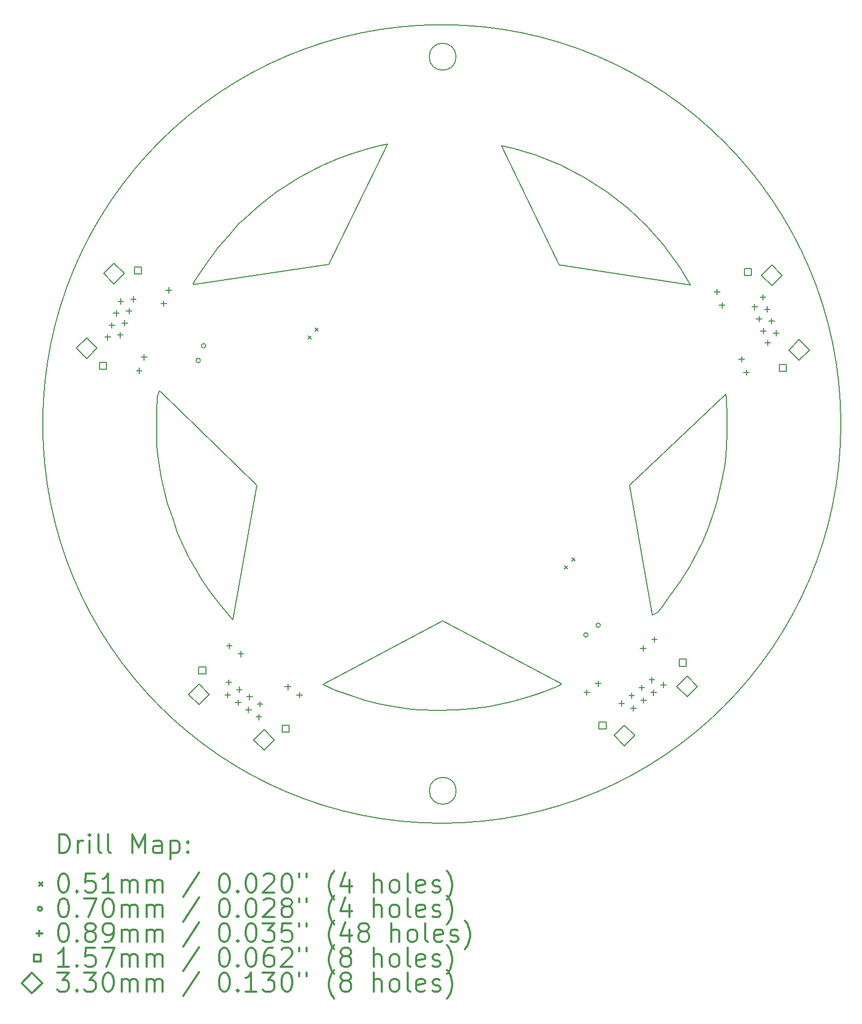
<source format=gbr>
%FSLAX45Y45*%
G04 Gerber Fmt 4.5, Leading zero omitted, Abs format (unit mm)*
G04 Created by KiCad (PCBNEW 4.0.7) date 10/05/18 09:30:21*
%MOMM*%
%LPD*%
G01*
G04 APERTURE LIST*
%ADD10C,0.127000*%
%ADD11C,0.203200*%
%ADD12C,0.200000*%
%ADD13C,0.300000*%
G04 APERTURE END LIST*
D10*
D11*
X11137863Y-9345000D02*
G75*
G03X11137863Y-9345000I-215363J0D01*
G01*
X11139971Y-21077500D02*
G75*
G03X11139971Y-21077500I-214971J0D01*
G01*
X12052500Y-10807500D02*
X11862500Y-10770000D01*
X12395000Y-10910000D02*
X12052500Y-10807500D01*
X12800000Y-11075000D02*
X12395000Y-10910000D01*
X13177500Y-11265000D02*
X12800000Y-11075000D01*
X13545000Y-11502500D02*
X13177500Y-11265000D01*
X13882500Y-11765000D02*
X13545000Y-11502500D01*
X14172500Y-12040000D02*
X13882500Y-11765000D01*
X14445000Y-12345000D02*
X14172500Y-12040000D01*
X14725000Y-12725000D02*
X14445000Y-12345000D01*
X14882500Y-12995000D02*
X14725000Y-12725000D01*
X12787500Y-12675000D02*
X14882500Y-12995000D01*
X11862500Y-10770000D02*
X12787500Y-12675000D01*
X9915000Y-10770000D02*
X10045000Y-10745000D01*
X9720000Y-10820000D02*
X9915000Y-10770000D01*
X9452500Y-10900000D02*
X9720000Y-10820000D01*
X9240000Y-10982500D02*
X9452500Y-10900000D01*
X9022500Y-11072500D02*
X9240000Y-10982500D01*
X8820000Y-11175000D02*
X9020000Y-11072500D01*
X8642500Y-11265000D02*
X8820000Y-11175000D01*
X8512500Y-11352500D02*
X8642500Y-11265000D01*
X8367500Y-11442500D02*
X8512500Y-11352500D01*
X8277500Y-11497500D02*
X8367500Y-11442500D01*
X8175000Y-11582500D02*
X8277500Y-11497500D01*
X8052500Y-11672500D02*
X8175000Y-11582500D01*
X7950000Y-11760000D02*
X8052500Y-11672500D01*
X7850000Y-11852500D02*
X7950000Y-11760000D01*
X7745000Y-11947500D02*
X7850000Y-11852500D01*
X7665000Y-12015000D02*
X7745000Y-11947500D01*
X7500000Y-12202500D02*
X7665000Y-12015000D01*
X7332500Y-12395000D02*
X7500000Y-12202500D01*
X7135000Y-12662500D02*
X7332500Y-12395000D01*
X7035000Y-12805000D02*
X7135000Y-12662500D01*
X6947500Y-12947500D02*
X7035000Y-12805000D01*
X6932500Y-12977500D02*
X6947500Y-12947500D01*
X6940000Y-12987500D02*
X6932500Y-12977500D01*
X9105000Y-12667500D02*
X6940000Y-12987500D01*
X10045000Y-10745000D02*
X9105000Y-12667500D01*
X7375000Y-18120000D02*
X7565000Y-18340000D01*
X7197500Y-17885000D02*
X7375000Y-18120000D01*
X7055000Y-17677500D02*
X7197500Y-17885000D01*
X7002500Y-17585000D02*
X7055000Y-17677500D01*
X6877500Y-17367500D02*
X7002500Y-17585000D01*
X6782500Y-17175000D02*
X6877500Y-17367500D01*
X6680000Y-16955000D02*
X6782500Y-17175000D01*
X6610000Y-16740000D02*
X6680000Y-16955000D01*
X6522500Y-16482500D02*
X6610000Y-16740000D01*
X6462500Y-16232500D02*
X6522500Y-16482500D01*
X6420000Y-16052500D02*
X6462500Y-16232500D01*
X6402500Y-15942500D02*
X6420000Y-16052500D01*
X6370000Y-15720000D02*
X6402500Y-15942500D01*
X6352500Y-15560000D02*
X6370000Y-15720000D01*
X6347500Y-15427500D02*
X6352500Y-15560000D01*
X6347500Y-15012500D02*
X6347500Y-15427500D01*
X6360000Y-14792500D02*
X6347500Y-15012500D01*
X6372500Y-14727500D02*
X6360000Y-14792500D01*
X6390000Y-14685000D02*
X6372500Y-14727500D01*
X6430000Y-14715000D02*
X6390000Y-14685000D01*
X7940000Y-16182500D02*
X6430000Y-14715000D01*
X7950000Y-16200000D02*
X7940000Y-16182500D01*
X7567500Y-18340000D02*
X7950000Y-16200000D01*
X9007500Y-19375000D02*
X10922500Y-18357500D01*
X9202500Y-19467500D02*
X9007500Y-19375000D01*
X9435000Y-19550000D02*
X9202500Y-19467500D01*
X9675000Y-19627500D02*
X9435000Y-19550000D01*
X9915000Y-19687500D02*
X9675000Y-19627500D01*
X10150000Y-19732500D02*
X9915000Y-19687500D01*
X10427500Y-19772500D02*
X10150000Y-19732500D01*
X10557500Y-19785000D02*
X10427500Y-19772500D01*
X10837500Y-19790000D02*
X10557500Y-19785000D01*
X11145000Y-19780000D02*
X10837500Y-19790000D01*
X11370000Y-19765000D02*
X11145000Y-19780000D01*
X11527500Y-19752500D02*
X11370000Y-19765000D01*
X11657500Y-19735000D02*
X11527500Y-19752500D01*
X12050000Y-19647500D02*
X11657500Y-19735000D01*
X12337500Y-19565000D02*
X12050000Y-19647500D01*
X12542500Y-19492500D02*
X12337500Y-19565000D01*
X12750000Y-19407500D02*
X12542500Y-19492500D01*
X12825000Y-19370000D02*
X12750000Y-19407500D01*
X10925000Y-18357500D02*
X12825000Y-19370000D01*
X15465000Y-14810000D02*
X15452500Y-14737500D01*
X15470000Y-15087500D02*
X15465000Y-14810000D01*
X15470000Y-15387500D02*
X15470000Y-15087500D01*
X15452500Y-15727500D02*
X15470000Y-15387500D01*
X15435000Y-15877500D02*
X15452500Y-15727500D01*
X15380000Y-16165000D02*
X15435000Y-15877500D01*
X15305000Y-16452500D02*
X15380000Y-16165000D01*
X15262500Y-16602500D02*
X15305000Y-16452500D01*
X15157500Y-16915000D02*
X15262500Y-16602500D01*
X15067500Y-17115000D02*
X15157500Y-16915000D01*
X14987500Y-17280000D02*
X15067500Y-17115000D01*
X14882500Y-17470000D02*
X14987500Y-17280000D01*
X14732500Y-17717500D02*
X14882500Y-17470000D01*
X14570000Y-17937500D02*
X14732500Y-17717500D01*
X14440000Y-18130000D02*
X14570000Y-17937500D01*
X14357500Y-18222500D02*
X14440000Y-18130000D01*
X14275000Y-18272500D02*
X14357500Y-18222500D01*
X13915000Y-16192500D02*
X14275000Y-18272500D01*
X15450000Y-14735000D02*
X13915000Y-16192500D01*
X17290276Y-15214600D02*
G75*
G03X17290276Y-15214600I-6380976J0D01*
G01*
D12*
X8775700Y-13807440D02*
X8826500Y-13858240D01*
X8826500Y-13807440D02*
X8775700Y-13858240D01*
X8884920Y-13677900D02*
X8935720Y-13728700D01*
X8935720Y-13677900D02*
X8884920Y-13728700D01*
X12867640Y-17482820D02*
X12918440Y-17533620D01*
X12918440Y-17482820D02*
X12867640Y-17533620D01*
X12989560Y-17350740D02*
X13040360Y-17401540D01*
X13040360Y-17350740D02*
X12989560Y-17401540D01*
X7049612Y-14199706D02*
G75*
G03X7049612Y-14199706I-35000J0D01*
G01*
X7135117Y-13964783D02*
G75*
G03X7135117Y-13964783I-35000J0D01*
G01*
X13248080Y-18585180D02*
G75*
G03X13248080Y-18585180I-35000J0D01*
G01*
X13445083Y-18431265D02*
G75*
G03X13445083Y-18431265I-35000J0D01*
G01*
X5566140Y-13782015D02*
X5566140Y-13871015D01*
X5521640Y-13826515D02*
X5610640Y-13826515D01*
X5635570Y-13591258D02*
X5635570Y-13680258D01*
X5591070Y-13635758D02*
X5680070Y-13635758D01*
X5705000Y-13400500D02*
X5705000Y-13489500D01*
X5660500Y-13445000D02*
X5749500Y-13445000D01*
X5768291Y-13747046D02*
X5768291Y-13836046D01*
X5723791Y-13791546D02*
X5812791Y-13791546D01*
X5774772Y-13208803D02*
X5774772Y-13297803D01*
X5730272Y-13253303D02*
X5819272Y-13253303D01*
X5837721Y-13556288D02*
X5837721Y-13645288D01*
X5793221Y-13600788D02*
X5882221Y-13600788D01*
X5907151Y-13365531D02*
X5907151Y-13454531D01*
X5862651Y-13410031D02*
X5951651Y-13410031D01*
X5976581Y-13174773D02*
X5976581Y-13263773D01*
X5932081Y-13219273D02*
X6021081Y-13219273D01*
X6073470Y-14317847D02*
X6073470Y-14406847D01*
X6028970Y-14362347D02*
X6117970Y-14362347D01*
X6151451Y-14103597D02*
X6151451Y-14192597D01*
X6106951Y-14148097D02*
X6195951Y-14148097D01*
X6464399Y-13243778D02*
X6464399Y-13332778D01*
X6419899Y-13288278D02*
X6508899Y-13288278D01*
X6542380Y-13029528D02*
X6542380Y-13118528D01*
X6497880Y-13074028D02*
X6586880Y-13074028D01*
X7484962Y-19502526D02*
X7484962Y-19591526D01*
X7440462Y-19547026D02*
X7529462Y-19547026D01*
X7504324Y-19298786D02*
X7504324Y-19387786D01*
X7459824Y-19343286D02*
X7548824Y-19343286D01*
X7510468Y-18714674D02*
X7510468Y-18803674D01*
X7465968Y-18759174D02*
X7554968Y-18759174D01*
X7652069Y-19619536D02*
X7652069Y-19708536D01*
X7607569Y-19664036D02*
X7696569Y-19664036D01*
X7670612Y-19415222D02*
X7670612Y-19504222D01*
X7626112Y-19459722D02*
X7715112Y-19459722D01*
X7697235Y-18845450D02*
X7697235Y-18934450D01*
X7652735Y-18889950D02*
X7741735Y-18889950D01*
X7818357Y-19735972D02*
X7818357Y-19824972D01*
X7773857Y-19780472D02*
X7862857Y-19780472D01*
X7836900Y-19531658D02*
X7836900Y-19620658D01*
X7792400Y-19576158D02*
X7881400Y-19576158D01*
X7984645Y-19852408D02*
X7984645Y-19941408D01*
X7940145Y-19896908D02*
X8029145Y-19896908D01*
X8003188Y-19648094D02*
X8003188Y-19737094D01*
X7958688Y-19692594D02*
X8047688Y-19692594D01*
X8446759Y-19370272D02*
X8446759Y-19459272D01*
X8402259Y-19414772D02*
X8491259Y-19414772D01*
X8633526Y-19501048D02*
X8633526Y-19590048D01*
X8589026Y-19545548D02*
X8678026Y-19545548D01*
X13228850Y-19458579D02*
X13228850Y-19547579D01*
X13184350Y-19503079D02*
X13273350Y-19503079D01*
X13408516Y-19318208D02*
X13408516Y-19407208D01*
X13364016Y-19362708D02*
X13453016Y-19362708D01*
X13785642Y-19635232D02*
X13785642Y-19724232D01*
X13741142Y-19679732D02*
X13830142Y-19679732D01*
X13945608Y-19510253D02*
X13945608Y-19599253D01*
X13901108Y-19554753D02*
X13990108Y-19554753D01*
X13974819Y-19713316D02*
X13974819Y-19802316D01*
X13930319Y-19757816D02*
X14019319Y-19757816D01*
X14105574Y-19385273D02*
X14105574Y-19474273D01*
X14061074Y-19429773D02*
X14150074Y-19429773D01*
X14129546Y-18754878D02*
X14129546Y-18843878D01*
X14085046Y-18799378D02*
X14174046Y-18799378D01*
X14135573Y-19587721D02*
X14135573Y-19676721D01*
X14091073Y-19632221D02*
X14180073Y-19632221D01*
X14265541Y-19260294D02*
X14265541Y-19349294D01*
X14221041Y-19304794D02*
X14310041Y-19304794D01*
X14295539Y-19462742D02*
X14295539Y-19551742D01*
X14251039Y-19507242D02*
X14340039Y-19507242D01*
X14309212Y-18614507D02*
X14309212Y-18703507D01*
X14264712Y-18659007D02*
X14353712Y-18659007D01*
X14455505Y-19337763D02*
X14455505Y-19426763D01*
X14411005Y-19382263D02*
X14500005Y-19382263D01*
X15311812Y-13059272D02*
X15311812Y-13148272D01*
X15267312Y-13103772D02*
X15356312Y-13103772D01*
X15389793Y-13273522D02*
X15389793Y-13362522D01*
X15345293Y-13318022D02*
X15434293Y-13318022D01*
X15702741Y-14133341D02*
X15702741Y-14222341D01*
X15658241Y-14177841D02*
X15747241Y-14177841D01*
X15780722Y-14347591D02*
X15780722Y-14436591D01*
X15736222Y-14392091D02*
X15825222Y-14392091D01*
X15912497Y-13300366D02*
X15912497Y-13389366D01*
X15867997Y-13344866D02*
X15956997Y-13344866D01*
X15981927Y-13491123D02*
X15981927Y-13580123D01*
X15937427Y-13535623D02*
X16026427Y-13535623D01*
X16044876Y-13143638D02*
X16044876Y-13232638D01*
X16000376Y-13188138D02*
X16089376Y-13188138D01*
X16051357Y-13681881D02*
X16051357Y-13770881D01*
X16006857Y-13726381D02*
X16095857Y-13726381D01*
X16114306Y-13334395D02*
X16114306Y-13423395D01*
X16069806Y-13378895D02*
X16158806Y-13378895D01*
X16120787Y-13872639D02*
X16120787Y-13961639D01*
X16076287Y-13917139D02*
X16165287Y-13917139D01*
X16183736Y-13525153D02*
X16183736Y-13614153D01*
X16139236Y-13569653D02*
X16228236Y-13569653D01*
X16253508Y-13716850D02*
X16253508Y-13805850D01*
X16209008Y-13761350D02*
X16298008Y-13761350D01*
X5548978Y-14341903D02*
X5548978Y-14230886D01*
X5437961Y-14230886D01*
X5437961Y-14341903D01*
X5548978Y-14341903D01*
X6104760Y-12814902D02*
X6104760Y-12703886D01*
X5993744Y-12703886D01*
X5993744Y-12814902D01*
X6104760Y-12814902D01*
X7134432Y-19209574D02*
X7134432Y-19098557D01*
X7023415Y-19098557D01*
X7023415Y-19209574D01*
X7134432Y-19209574D01*
X8465554Y-20141636D02*
X8465554Y-20030619D01*
X8354537Y-20030619D01*
X8354537Y-20141636D01*
X8465554Y-20141636D01*
X13535823Y-20086731D02*
X13535823Y-19975714D01*
X13424807Y-19975714D01*
X13424807Y-20086731D01*
X13535823Y-20086731D01*
X14816341Y-19086281D02*
X14816341Y-18975264D01*
X14705324Y-18975264D01*
X14705324Y-19086281D01*
X14816341Y-19086281D01*
X15860449Y-12844646D02*
X15860449Y-12733630D01*
X15749432Y-12733630D01*
X15749432Y-12844646D01*
X15860449Y-12844646D01*
X16416231Y-14371647D02*
X16416231Y-14260630D01*
X16305215Y-14260630D01*
X16305215Y-14371647D01*
X16416231Y-14371647D01*
X5232034Y-14166816D02*
X5397034Y-14001816D01*
X5232034Y-13836816D01*
X5067034Y-14001816D01*
X5232034Y-14166816D01*
X5666400Y-12973407D02*
X5831400Y-12808407D01*
X5666400Y-12643407D01*
X5501400Y-12808407D01*
X5666400Y-12973407D01*
X7027177Y-19701558D02*
X7192177Y-19536558D01*
X7027177Y-19371558D01*
X6862177Y-19536558D01*
X7027177Y-19701558D01*
X8067500Y-20430000D02*
X8232500Y-20265000D01*
X8067500Y-20100000D01*
X7902500Y-20265000D01*
X8067500Y-20430000D01*
X13830965Y-20357538D02*
X13995965Y-20192538D01*
X13830965Y-20027538D01*
X13665965Y-20192538D01*
X13830965Y-20357538D01*
X14831738Y-19575648D02*
X14996738Y-19410648D01*
X14831738Y-19245648D01*
X14666738Y-19410648D01*
X14831738Y-19575648D01*
X16188134Y-13004090D02*
X16353134Y-12839090D01*
X16188134Y-12674090D01*
X16023134Y-12839090D01*
X16188134Y-13004090D01*
X16622500Y-14197500D02*
X16787500Y-14032500D01*
X16622500Y-13867500D01*
X16457500Y-14032500D01*
X16622500Y-14197500D01*
D13*
X4789593Y-22071450D02*
X4789593Y-21771450D01*
X4861021Y-21771450D01*
X4903878Y-21785736D01*
X4932450Y-21814307D01*
X4946735Y-21842879D01*
X4961021Y-21900022D01*
X4961021Y-21942879D01*
X4946735Y-22000022D01*
X4932450Y-22028593D01*
X4903878Y-22057165D01*
X4861021Y-22071450D01*
X4789593Y-22071450D01*
X5089593Y-22071450D02*
X5089593Y-21871450D01*
X5089593Y-21928593D02*
X5103878Y-21900022D01*
X5118164Y-21885736D01*
X5146735Y-21871450D01*
X5175307Y-21871450D01*
X5275307Y-22071450D02*
X5275307Y-21871450D01*
X5275307Y-21771450D02*
X5261021Y-21785736D01*
X5275307Y-21800022D01*
X5289593Y-21785736D01*
X5275307Y-21771450D01*
X5275307Y-21800022D01*
X5461021Y-22071450D02*
X5432450Y-22057165D01*
X5418164Y-22028593D01*
X5418164Y-21771450D01*
X5618164Y-22071450D02*
X5589593Y-22057165D01*
X5575307Y-22028593D01*
X5575307Y-21771450D01*
X5961021Y-22071450D02*
X5961021Y-21771450D01*
X6061021Y-21985736D01*
X6161021Y-21771450D01*
X6161021Y-22071450D01*
X6432450Y-22071450D02*
X6432450Y-21914307D01*
X6418164Y-21885736D01*
X6389593Y-21871450D01*
X6332450Y-21871450D01*
X6303878Y-21885736D01*
X6432450Y-22057165D02*
X6403878Y-22071450D01*
X6332450Y-22071450D01*
X6303878Y-22057165D01*
X6289593Y-22028593D01*
X6289593Y-22000022D01*
X6303878Y-21971450D01*
X6332450Y-21957165D01*
X6403878Y-21957165D01*
X6432450Y-21942879D01*
X6575307Y-21871450D02*
X6575307Y-22171450D01*
X6575307Y-21885736D02*
X6603878Y-21871450D01*
X6661021Y-21871450D01*
X6689593Y-21885736D01*
X6703878Y-21900022D01*
X6718164Y-21928593D01*
X6718164Y-22014307D01*
X6703878Y-22042879D01*
X6689593Y-22057165D01*
X6661021Y-22071450D01*
X6603878Y-22071450D01*
X6575307Y-22057165D01*
X6846735Y-22042879D02*
X6861021Y-22057165D01*
X6846735Y-22071450D01*
X6832450Y-22057165D01*
X6846735Y-22042879D01*
X6846735Y-22071450D01*
X6846735Y-21885736D02*
X6861021Y-21900022D01*
X6846735Y-21914307D01*
X6832450Y-21900022D01*
X6846735Y-21885736D01*
X6846735Y-21914307D01*
X4467364Y-22540336D02*
X4518164Y-22591136D01*
X4518164Y-22540336D02*
X4467364Y-22591136D01*
X4846735Y-22401450D02*
X4875307Y-22401450D01*
X4903878Y-22415736D01*
X4918164Y-22430022D01*
X4932450Y-22458593D01*
X4946735Y-22515736D01*
X4946735Y-22587165D01*
X4932450Y-22644307D01*
X4918164Y-22672879D01*
X4903878Y-22687165D01*
X4875307Y-22701450D01*
X4846735Y-22701450D01*
X4818164Y-22687165D01*
X4803878Y-22672879D01*
X4789593Y-22644307D01*
X4775307Y-22587165D01*
X4775307Y-22515736D01*
X4789593Y-22458593D01*
X4803878Y-22430022D01*
X4818164Y-22415736D01*
X4846735Y-22401450D01*
X5075307Y-22672879D02*
X5089593Y-22687165D01*
X5075307Y-22701450D01*
X5061021Y-22687165D01*
X5075307Y-22672879D01*
X5075307Y-22701450D01*
X5361021Y-22401450D02*
X5218164Y-22401450D01*
X5203878Y-22544307D01*
X5218164Y-22530022D01*
X5246735Y-22515736D01*
X5318164Y-22515736D01*
X5346735Y-22530022D01*
X5361021Y-22544307D01*
X5375307Y-22572879D01*
X5375307Y-22644307D01*
X5361021Y-22672879D01*
X5346735Y-22687165D01*
X5318164Y-22701450D01*
X5246735Y-22701450D01*
X5218164Y-22687165D01*
X5203878Y-22672879D01*
X5661021Y-22701450D02*
X5489593Y-22701450D01*
X5575307Y-22701450D02*
X5575307Y-22401450D01*
X5546735Y-22444307D01*
X5518164Y-22472879D01*
X5489593Y-22487165D01*
X5789593Y-22701450D02*
X5789593Y-22501450D01*
X5789593Y-22530022D02*
X5803878Y-22515736D01*
X5832450Y-22501450D01*
X5875307Y-22501450D01*
X5903878Y-22515736D01*
X5918164Y-22544307D01*
X5918164Y-22701450D01*
X5918164Y-22544307D02*
X5932450Y-22515736D01*
X5961021Y-22501450D01*
X6003878Y-22501450D01*
X6032450Y-22515736D01*
X6046735Y-22544307D01*
X6046735Y-22701450D01*
X6189593Y-22701450D02*
X6189593Y-22501450D01*
X6189593Y-22530022D02*
X6203878Y-22515736D01*
X6232450Y-22501450D01*
X6275307Y-22501450D01*
X6303878Y-22515736D01*
X6318164Y-22544307D01*
X6318164Y-22701450D01*
X6318164Y-22544307D02*
X6332450Y-22515736D01*
X6361021Y-22501450D01*
X6403878Y-22501450D01*
X6432450Y-22515736D01*
X6446735Y-22544307D01*
X6446735Y-22701450D01*
X7032450Y-22387165D02*
X6775307Y-22772879D01*
X7418164Y-22401450D02*
X7446735Y-22401450D01*
X7475307Y-22415736D01*
X7489592Y-22430022D01*
X7503878Y-22458593D01*
X7518164Y-22515736D01*
X7518164Y-22587165D01*
X7503878Y-22644307D01*
X7489592Y-22672879D01*
X7475307Y-22687165D01*
X7446735Y-22701450D01*
X7418164Y-22701450D01*
X7389592Y-22687165D01*
X7375307Y-22672879D01*
X7361021Y-22644307D01*
X7346735Y-22587165D01*
X7346735Y-22515736D01*
X7361021Y-22458593D01*
X7375307Y-22430022D01*
X7389592Y-22415736D01*
X7418164Y-22401450D01*
X7646735Y-22672879D02*
X7661021Y-22687165D01*
X7646735Y-22701450D01*
X7632450Y-22687165D01*
X7646735Y-22672879D01*
X7646735Y-22701450D01*
X7846735Y-22401450D02*
X7875307Y-22401450D01*
X7903878Y-22415736D01*
X7918164Y-22430022D01*
X7932450Y-22458593D01*
X7946735Y-22515736D01*
X7946735Y-22587165D01*
X7932450Y-22644307D01*
X7918164Y-22672879D01*
X7903878Y-22687165D01*
X7875307Y-22701450D01*
X7846735Y-22701450D01*
X7818164Y-22687165D01*
X7803878Y-22672879D01*
X7789592Y-22644307D01*
X7775307Y-22587165D01*
X7775307Y-22515736D01*
X7789592Y-22458593D01*
X7803878Y-22430022D01*
X7818164Y-22415736D01*
X7846735Y-22401450D01*
X8061021Y-22430022D02*
X8075307Y-22415736D01*
X8103878Y-22401450D01*
X8175307Y-22401450D01*
X8203878Y-22415736D01*
X8218164Y-22430022D01*
X8232450Y-22458593D01*
X8232450Y-22487165D01*
X8218164Y-22530022D01*
X8046735Y-22701450D01*
X8232450Y-22701450D01*
X8418164Y-22401450D02*
X8446735Y-22401450D01*
X8475307Y-22415736D01*
X8489593Y-22430022D01*
X8503878Y-22458593D01*
X8518164Y-22515736D01*
X8518164Y-22587165D01*
X8503878Y-22644307D01*
X8489593Y-22672879D01*
X8475307Y-22687165D01*
X8446735Y-22701450D01*
X8418164Y-22701450D01*
X8389593Y-22687165D01*
X8375307Y-22672879D01*
X8361021Y-22644307D01*
X8346735Y-22587165D01*
X8346735Y-22515736D01*
X8361021Y-22458593D01*
X8375307Y-22430022D01*
X8389593Y-22415736D01*
X8418164Y-22401450D01*
X8632450Y-22401450D02*
X8632450Y-22458593D01*
X8746735Y-22401450D02*
X8746735Y-22458593D01*
X9189593Y-22815736D02*
X9175307Y-22801450D01*
X9146735Y-22758593D01*
X9132450Y-22730022D01*
X9118164Y-22687165D01*
X9103878Y-22615736D01*
X9103878Y-22558593D01*
X9118164Y-22487165D01*
X9132450Y-22444307D01*
X9146735Y-22415736D01*
X9175307Y-22372879D01*
X9189593Y-22358593D01*
X9432450Y-22501450D02*
X9432450Y-22701450D01*
X9361021Y-22387165D02*
X9289593Y-22601450D01*
X9475307Y-22601450D01*
X9818164Y-22701450D02*
X9818164Y-22401450D01*
X9946735Y-22701450D02*
X9946735Y-22544307D01*
X9932450Y-22515736D01*
X9903878Y-22501450D01*
X9861021Y-22501450D01*
X9832450Y-22515736D01*
X9818164Y-22530022D01*
X10132450Y-22701450D02*
X10103878Y-22687165D01*
X10089593Y-22672879D01*
X10075307Y-22644307D01*
X10075307Y-22558593D01*
X10089593Y-22530022D01*
X10103878Y-22515736D01*
X10132450Y-22501450D01*
X10175307Y-22501450D01*
X10203878Y-22515736D01*
X10218164Y-22530022D01*
X10232450Y-22558593D01*
X10232450Y-22644307D01*
X10218164Y-22672879D01*
X10203878Y-22687165D01*
X10175307Y-22701450D01*
X10132450Y-22701450D01*
X10403878Y-22701450D02*
X10375307Y-22687165D01*
X10361021Y-22658593D01*
X10361021Y-22401450D01*
X10632450Y-22687165D02*
X10603878Y-22701450D01*
X10546735Y-22701450D01*
X10518164Y-22687165D01*
X10503878Y-22658593D01*
X10503878Y-22544307D01*
X10518164Y-22515736D01*
X10546735Y-22501450D01*
X10603878Y-22501450D01*
X10632450Y-22515736D01*
X10646735Y-22544307D01*
X10646735Y-22572879D01*
X10503878Y-22601450D01*
X10761021Y-22687165D02*
X10789593Y-22701450D01*
X10846735Y-22701450D01*
X10875307Y-22687165D01*
X10889593Y-22658593D01*
X10889593Y-22644307D01*
X10875307Y-22615736D01*
X10846735Y-22601450D01*
X10803878Y-22601450D01*
X10775307Y-22587165D01*
X10761021Y-22558593D01*
X10761021Y-22544307D01*
X10775307Y-22515736D01*
X10803878Y-22501450D01*
X10846735Y-22501450D01*
X10875307Y-22515736D01*
X10989593Y-22815736D02*
X11003878Y-22801450D01*
X11032450Y-22758593D01*
X11046735Y-22730022D01*
X11061021Y-22687165D01*
X11075307Y-22615736D01*
X11075307Y-22558593D01*
X11061021Y-22487165D01*
X11046735Y-22444307D01*
X11032450Y-22415736D01*
X11003878Y-22372879D01*
X10989593Y-22358593D01*
X4518164Y-22961736D02*
G75*
G03X4518164Y-22961736I-35000J0D01*
G01*
X4846735Y-22797450D02*
X4875307Y-22797450D01*
X4903878Y-22811736D01*
X4918164Y-22826022D01*
X4932450Y-22854593D01*
X4946735Y-22911736D01*
X4946735Y-22983165D01*
X4932450Y-23040307D01*
X4918164Y-23068879D01*
X4903878Y-23083165D01*
X4875307Y-23097450D01*
X4846735Y-23097450D01*
X4818164Y-23083165D01*
X4803878Y-23068879D01*
X4789593Y-23040307D01*
X4775307Y-22983165D01*
X4775307Y-22911736D01*
X4789593Y-22854593D01*
X4803878Y-22826022D01*
X4818164Y-22811736D01*
X4846735Y-22797450D01*
X5075307Y-23068879D02*
X5089593Y-23083165D01*
X5075307Y-23097450D01*
X5061021Y-23083165D01*
X5075307Y-23068879D01*
X5075307Y-23097450D01*
X5189593Y-22797450D02*
X5389593Y-22797450D01*
X5261021Y-23097450D01*
X5561021Y-22797450D02*
X5589593Y-22797450D01*
X5618164Y-22811736D01*
X5632450Y-22826022D01*
X5646735Y-22854593D01*
X5661021Y-22911736D01*
X5661021Y-22983165D01*
X5646735Y-23040307D01*
X5632450Y-23068879D01*
X5618164Y-23083165D01*
X5589593Y-23097450D01*
X5561021Y-23097450D01*
X5532450Y-23083165D01*
X5518164Y-23068879D01*
X5503878Y-23040307D01*
X5489593Y-22983165D01*
X5489593Y-22911736D01*
X5503878Y-22854593D01*
X5518164Y-22826022D01*
X5532450Y-22811736D01*
X5561021Y-22797450D01*
X5789593Y-23097450D02*
X5789593Y-22897450D01*
X5789593Y-22926022D02*
X5803878Y-22911736D01*
X5832450Y-22897450D01*
X5875307Y-22897450D01*
X5903878Y-22911736D01*
X5918164Y-22940307D01*
X5918164Y-23097450D01*
X5918164Y-22940307D02*
X5932450Y-22911736D01*
X5961021Y-22897450D01*
X6003878Y-22897450D01*
X6032450Y-22911736D01*
X6046735Y-22940307D01*
X6046735Y-23097450D01*
X6189593Y-23097450D02*
X6189593Y-22897450D01*
X6189593Y-22926022D02*
X6203878Y-22911736D01*
X6232450Y-22897450D01*
X6275307Y-22897450D01*
X6303878Y-22911736D01*
X6318164Y-22940307D01*
X6318164Y-23097450D01*
X6318164Y-22940307D02*
X6332450Y-22911736D01*
X6361021Y-22897450D01*
X6403878Y-22897450D01*
X6432450Y-22911736D01*
X6446735Y-22940307D01*
X6446735Y-23097450D01*
X7032450Y-22783165D02*
X6775307Y-23168879D01*
X7418164Y-22797450D02*
X7446735Y-22797450D01*
X7475307Y-22811736D01*
X7489592Y-22826022D01*
X7503878Y-22854593D01*
X7518164Y-22911736D01*
X7518164Y-22983165D01*
X7503878Y-23040307D01*
X7489592Y-23068879D01*
X7475307Y-23083165D01*
X7446735Y-23097450D01*
X7418164Y-23097450D01*
X7389592Y-23083165D01*
X7375307Y-23068879D01*
X7361021Y-23040307D01*
X7346735Y-22983165D01*
X7346735Y-22911736D01*
X7361021Y-22854593D01*
X7375307Y-22826022D01*
X7389592Y-22811736D01*
X7418164Y-22797450D01*
X7646735Y-23068879D02*
X7661021Y-23083165D01*
X7646735Y-23097450D01*
X7632450Y-23083165D01*
X7646735Y-23068879D01*
X7646735Y-23097450D01*
X7846735Y-22797450D02*
X7875307Y-22797450D01*
X7903878Y-22811736D01*
X7918164Y-22826022D01*
X7932450Y-22854593D01*
X7946735Y-22911736D01*
X7946735Y-22983165D01*
X7932450Y-23040307D01*
X7918164Y-23068879D01*
X7903878Y-23083165D01*
X7875307Y-23097450D01*
X7846735Y-23097450D01*
X7818164Y-23083165D01*
X7803878Y-23068879D01*
X7789592Y-23040307D01*
X7775307Y-22983165D01*
X7775307Y-22911736D01*
X7789592Y-22854593D01*
X7803878Y-22826022D01*
X7818164Y-22811736D01*
X7846735Y-22797450D01*
X8061021Y-22826022D02*
X8075307Y-22811736D01*
X8103878Y-22797450D01*
X8175307Y-22797450D01*
X8203878Y-22811736D01*
X8218164Y-22826022D01*
X8232450Y-22854593D01*
X8232450Y-22883165D01*
X8218164Y-22926022D01*
X8046735Y-23097450D01*
X8232450Y-23097450D01*
X8403878Y-22926022D02*
X8375307Y-22911736D01*
X8361021Y-22897450D01*
X8346735Y-22868879D01*
X8346735Y-22854593D01*
X8361021Y-22826022D01*
X8375307Y-22811736D01*
X8403878Y-22797450D01*
X8461021Y-22797450D01*
X8489593Y-22811736D01*
X8503878Y-22826022D01*
X8518164Y-22854593D01*
X8518164Y-22868879D01*
X8503878Y-22897450D01*
X8489593Y-22911736D01*
X8461021Y-22926022D01*
X8403878Y-22926022D01*
X8375307Y-22940307D01*
X8361021Y-22954593D01*
X8346735Y-22983165D01*
X8346735Y-23040307D01*
X8361021Y-23068879D01*
X8375307Y-23083165D01*
X8403878Y-23097450D01*
X8461021Y-23097450D01*
X8489593Y-23083165D01*
X8503878Y-23068879D01*
X8518164Y-23040307D01*
X8518164Y-22983165D01*
X8503878Y-22954593D01*
X8489593Y-22940307D01*
X8461021Y-22926022D01*
X8632450Y-22797450D02*
X8632450Y-22854593D01*
X8746735Y-22797450D02*
X8746735Y-22854593D01*
X9189593Y-23211736D02*
X9175307Y-23197450D01*
X9146735Y-23154593D01*
X9132450Y-23126022D01*
X9118164Y-23083165D01*
X9103878Y-23011736D01*
X9103878Y-22954593D01*
X9118164Y-22883165D01*
X9132450Y-22840307D01*
X9146735Y-22811736D01*
X9175307Y-22768879D01*
X9189593Y-22754593D01*
X9432450Y-22897450D02*
X9432450Y-23097450D01*
X9361021Y-22783165D02*
X9289593Y-22997450D01*
X9475307Y-22997450D01*
X9818164Y-23097450D02*
X9818164Y-22797450D01*
X9946735Y-23097450D02*
X9946735Y-22940307D01*
X9932450Y-22911736D01*
X9903878Y-22897450D01*
X9861021Y-22897450D01*
X9832450Y-22911736D01*
X9818164Y-22926022D01*
X10132450Y-23097450D02*
X10103878Y-23083165D01*
X10089593Y-23068879D01*
X10075307Y-23040307D01*
X10075307Y-22954593D01*
X10089593Y-22926022D01*
X10103878Y-22911736D01*
X10132450Y-22897450D01*
X10175307Y-22897450D01*
X10203878Y-22911736D01*
X10218164Y-22926022D01*
X10232450Y-22954593D01*
X10232450Y-23040307D01*
X10218164Y-23068879D01*
X10203878Y-23083165D01*
X10175307Y-23097450D01*
X10132450Y-23097450D01*
X10403878Y-23097450D02*
X10375307Y-23083165D01*
X10361021Y-23054593D01*
X10361021Y-22797450D01*
X10632450Y-23083165D02*
X10603878Y-23097450D01*
X10546735Y-23097450D01*
X10518164Y-23083165D01*
X10503878Y-23054593D01*
X10503878Y-22940307D01*
X10518164Y-22911736D01*
X10546735Y-22897450D01*
X10603878Y-22897450D01*
X10632450Y-22911736D01*
X10646735Y-22940307D01*
X10646735Y-22968879D01*
X10503878Y-22997450D01*
X10761021Y-23083165D02*
X10789593Y-23097450D01*
X10846735Y-23097450D01*
X10875307Y-23083165D01*
X10889593Y-23054593D01*
X10889593Y-23040307D01*
X10875307Y-23011736D01*
X10846735Y-22997450D01*
X10803878Y-22997450D01*
X10775307Y-22983165D01*
X10761021Y-22954593D01*
X10761021Y-22940307D01*
X10775307Y-22911736D01*
X10803878Y-22897450D01*
X10846735Y-22897450D01*
X10875307Y-22911736D01*
X10989593Y-23211736D02*
X11003878Y-23197450D01*
X11032450Y-23154593D01*
X11046735Y-23126022D01*
X11061021Y-23083165D01*
X11075307Y-23011736D01*
X11075307Y-22954593D01*
X11061021Y-22883165D01*
X11046735Y-22840307D01*
X11032450Y-22811736D01*
X11003878Y-22768879D01*
X10989593Y-22754593D01*
X4473664Y-23313236D02*
X4473664Y-23402236D01*
X4429164Y-23357736D02*
X4518164Y-23357736D01*
X4846735Y-23193450D02*
X4875307Y-23193450D01*
X4903878Y-23207736D01*
X4918164Y-23222022D01*
X4932450Y-23250593D01*
X4946735Y-23307736D01*
X4946735Y-23379165D01*
X4932450Y-23436307D01*
X4918164Y-23464879D01*
X4903878Y-23479165D01*
X4875307Y-23493450D01*
X4846735Y-23493450D01*
X4818164Y-23479165D01*
X4803878Y-23464879D01*
X4789593Y-23436307D01*
X4775307Y-23379165D01*
X4775307Y-23307736D01*
X4789593Y-23250593D01*
X4803878Y-23222022D01*
X4818164Y-23207736D01*
X4846735Y-23193450D01*
X5075307Y-23464879D02*
X5089593Y-23479165D01*
X5075307Y-23493450D01*
X5061021Y-23479165D01*
X5075307Y-23464879D01*
X5075307Y-23493450D01*
X5261021Y-23322022D02*
X5232450Y-23307736D01*
X5218164Y-23293450D01*
X5203878Y-23264879D01*
X5203878Y-23250593D01*
X5218164Y-23222022D01*
X5232450Y-23207736D01*
X5261021Y-23193450D01*
X5318164Y-23193450D01*
X5346735Y-23207736D01*
X5361021Y-23222022D01*
X5375307Y-23250593D01*
X5375307Y-23264879D01*
X5361021Y-23293450D01*
X5346735Y-23307736D01*
X5318164Y-23322022D01*
X5261021Y-23322022D01*
X5232450Y-23336307D01*
X5218164Y-23350593D01*
X5203878Y-23379165D01*
X5203878Y-23436307D01*
X5218164Y-23464879D01*
X5232450Y-23479165D01*
X5261021Y-23493450D01*
X5318164Y-23493450D01*
X5346735Y-23479165D01*
X5361021Y-23464879D01*
X5375307Y-23436307D01*
X5375307Y-23379165D01*
X5361021Y-23350593D01*
X5346735Y-23336307D01*
X5318164Y-23322022D01*
X5518164Y-23493450D02*
X5575307Y-23493450D01*
X5603878Y-23479165D01*
X5618164Y-23464879D01*
X5646735Y-23422022D01*
X5661021Y-23364879D01*
X5661021Y-23250593D01*
X5646735Y-23222022D01*
X5632450Y-23207736D01*
X5603878Y-23193450D01*
X5546735Y-23193450D01*
X5518164Y-23207736D01*
X5503878Y-23222022D01*
X5489593Y-23250593D01*
X5489593Y-23322022D01*
X5503878Y-23350593D01*
X5518164Y-23364879D01*
X5546735Y-23379165D01*
X5603878Y-23379165D01*
X5632450Y-23364879D01*
X5646735Y-23350593D01*
X5661021Y-23322022D01*
X5789593Y-23493450D02*
X5789593Y-23293450D01*
X5789593Y-23322022D02*
X5803878Y-23307736D01*
X5832450Y-23293450D01*
X5875307Y-23293450D01*
X5903878Y-23307736D01*
X5918164Y-23336307D01*
X5918164Y-23493450D01*
X5918164Y-23336307D02*
X5932450Y-23307736D01*
X5961021Y-23293450D01*
X6003878Y-23293450D01*
X6032450Y-23307736D01*
X6046735Y-23336307D01*
X6046735Y-23493450D01*
X6189593Y-23493450D02*
X6189593Y-23293450D01*
X6189593Y-23322022D02*
X6203878Y-23307736D01*
X6232450Y-23293450D01*
X6275307Y-23293450D01*
X6303878Y-23307736D01*
X6318164Y-23336307D01*
X6318164Y-23493450D01*
X6318164Y-23336307D02*
X6332450Y-23307736D01*
X6361021Y-23293450D01*
X6403878Y-23293450D01*
X6432450Y-23307736D01*
X6446735Y-23336307D01*
X6446735Y-23493450D01*
X7032450Y-23179165D02*
X6775307Y-23564879D01*
X7418164Y-23193450D02*
X7446735Y-23193450D01*
X7475307Y-23207736D01*
X7489592Y-23222022D01*
X7503878Y-23250593D01*
X7518164Y-23307736D01*
X7518164Y-23379165D01*
X7503878Y-23436307D01*
X7489592Y-23464879D01*
X7475307Y-23479165D01*
X7446735Y-23493450D01*
X7418164Y-23493450D01*
X7389592Y-23479165D01*
X7375307Y-23464879D01*
X7361021Y-23436307D01*
X7346735Y-23379165D01*
X7346735Y-23307736D01*
X7361021Y-23250593D01*
X7375307Y-23222022D01*
X7389592Y-23207736D01*
X7418164Y-23193450D01*
X7646735Y-23464879D02*
X7661021Y-23479165D01*
X7646735Y-23493450D01*
X7632450Y-23479165D01*
X7646735Y-23464879D01*
X7646735Y-23493450D01*
X7846735Y-23193450D02*
X7875307Y-23193450D01*
X7903878Y-23207736D01*
X7918164Y-23222022D01*
X7932450Y-23250593D01*
X7946735Y-23307736D01*
X7946735Y-23379165D01*
X7932450Y-23436307D01*
X7918164Y-23464879D01*
X7903878Y-23479165D01*
X7875307Y-23493450D01*
X7846735Y-23493450D01*
X7818164Y-23479165D01*
X7803878Y-23464879D01*
X7789592Y-23436307D01*
X7775307Y-23379165D01*
X7775307Y-23307736D01*
X7789592Y-23250593D01*
X7803878Y-23222022D01*
X7818164Y-23207736D01*
X7846735Y-23193450D01*
X8046735Y-23193450D02*
X8232450Y-23193450D01*
X8132450Y-23307736D01*
X8175307Y-23307736D01*
X8203878Y-23322022D01*
X8218164Y-23336307D01*
X8232450Y-23364879D01*
X8232450Y-23436307D01*
X8218164Y-23464879D01*
X8203878Y-23479165D01*
X8175307Y-23493450D01*
X8089592Y-23493450D01*
X8061021Y-23479165D01*
X8046735Y-23464879D01*
X8503878Y-23193450D02*
X8361021Y-23193450D01*
X8346735Y-23336307D01*
X8361021Y-23322022D01*
X8389593Y-23307736D01*
X8461021Y-23307736D01*
X8489593Y-23322022D01*
X8503878Y-23336307D01*
X8518164Y-23364879D01*
X8518164Y-23436307D01*
X8503878Y-23464879D01*
X8489593Y-23479165D01*
X8461021Y-23493450D01*
X8389593Y-23493450D01*
X8361021Y-23479165D01*
X8346735Y-23464879D01*
X8632450Y-23193450D02*
X8632450Y-23250593D01*
X8746735Y-23193450D02*
X8746735Y-23250593D01*
X9189593Y-23607736D02*
X9175307Y-23593450D01*
X9146735Y-23550593D01*
X9132450Y-23522022D01*
X9118164Y-23479165D01*
X9103878Y-23407736D01*
X9103878Y-23350593D01*
X9118164Y-23279165D01*
X9132450Y-23236307D01*
X9146735Y-23207736D01*
X9175307Y-23164879D01*
X9189593Y-23150593D01*
X9432450Y-23293450D02*
X9432450Y-23493450D01*
X9361021Y-23179165D02*
X9289593Y-23393450D01*
X9475307Y-23393450D01*
X9632450Y-23322022D02*
X9603878Y-23307736D01*
X9589593Y-23293450D01*
X9575307Y-23264879D01*
X9575307Y-23250593D01*
X9589593Y-23222022D01*
X9603878Y-23207736D01*
X9632450Y-23193450D01*
X9689593Y-23193450D01*
X9718164Y-23207736D01*
X9732450Y-23222022D01*
X9746735Y-23250593D01*
X9746735Y-23264879D01*
X9732450Y-23293450D01*
X9718164Y-23307736D01*
X9689593Y-23322022D01*
X9632450Y-23322022D01*
X9603878Y-23336307D01*
X9589593Y-23350593D01*
X9575307Y-23379165D01*
X9575307Y-23436307D01*
X9589593Y-23464879D01*
X9603878Y-23479165D01*
X9632450Y-23493450D01*
X9689593Y-23493450D01*
X9718164Y-23479165D01*
X9732450Y-23464879D01*
X9746735Y-23436307D01*
X9746735Y-23379165D01*
X9732450Y-23350593D01*
X9718164Y-23336307D01*
X9689593Y-23322022D01*
X10103878Y-23493450D02*
X10103878Y-23193450D01*
X10232450Y-23493450D02*
X10232450Y-23336307D01*
X10218164Y-23307736D01*
X10189593Y-23293450D01*
X10146735Y-23293450D01*
X10118164Y-23307736D01*
X10103878Y-23322022D01*
X10418164Y-23493450D02*
X10389593Y-23479165D01*
X10375307Y-23464879D01*
X10361021Y-23436307D01*
X10361021Y-23350593D01*
X10375307Y-23322022D01*
X10389593Y-23307736D01*
X10418164Y-23293450D01*
X10461021Y-23293450D01*
X10489593Y-23307736D01*
X10503878Y-23322022D01*
X10518164Y-23350593D01*
X10518164Y-23436307D01*
X10503878Y-23464879D01*
X10489593Y-23479165D01*
X10461021Y-23493450D01*
X10418164Y-23493450D01*
X10689593Y-23493450D02*
X10661021Y-23479165D01*
X10646735Y-23450593D01*
X10646735Y-23193450D01*
X10918164Y-23479165D02*
X10889593Y-23493450D01*
X10832450Y-23493450D01*
X10803878Y-23479165D01*
X10789593Y-23450593D01*
X10789593Y-23336307D01*
X10803878Y-23307736D01*
X10832450Y-23293450D01*
X10889593Y-23293450D01*
X10918164Y-23307736D01*
X10932450Y-23336307D01*
X10932450Y-23364879D01*
X10789593Y-23393450D01*
X11046736Y-23479165D02*
X11075307Y-23493450D01*
X11132450Y-23493450D01*
X11161021Y-23479165D01*
X11175307Y-23450593D01*
X11175307Y-23436307D01*
X11161021Y-23407736D01*
X11132450Y-23393450D01*
X11089593Y-23393450D01*
X11061021Y-23379165D01*
X11046736Y-23350593D01*
X11046736Y-23336307D01*
X11061021Y-23307736D01*
X11089593Y-23293450D01*
X11132450Y-23293450D01*
X11161021Y-23307736D01*
X11275307Y-23607736D02*
X11289593Y-23593450D01*
X11318164Y-23550593D01*
X11332450Y-23522022D01*
X11346735Y-23479165D01*
X11361021Y-23407736D01*
X11361021Y-23350593D01*
X11346735Y-23279165D01*
X11332450Y-23236307D01*
X11318164Y-23207736D01*
X11289593Y-23164879D01*
X11275307Y-23150593D01*
X4495172Y-23809244D02*
X4495172Y-23698228D01*
X4384156Y-23698228D01*
X4384156Y-23809244D01*
X4495172Y-23809244D01*
X4946735Y-23889450D02*
X4775307Y-23889450D01*
X4861021Y-23889450D02*
X4861021Y-23589450D01*
X4832450Y-23632307D01*
X4803878Y-23660879D01*
X4775307Y-23675165D01*
X5075307Y-23860879D02*
X5089593Y-23875165D01*
X5075307Y-23889450D01*
X5061021Y-23875165D01*
X5075307Y-23860879D01*
X5075307Y-23889450D01*
X5361021Y-23589450D02*
X5218164Y-23589450D01*
X5203878Y-23732307D01*
X5218164Y-23718022D01*
X5246735Y-23703736D01*
X5318164Y-23703736D01*
X5346735Y-23718022D01*
X5361021Y-23732307D01*
X5375307Y-23760879D01*
X5375307Y-23832307D01*
X5361021Y-23860879D01*
X5346735Y-23875165D01*
X5318164Y-23889450D01*
X5246735Y-23889450D01*
X5218164Y-23875165D01*
X5203878Y-23860879D01*
X5475307Y-23589450D02*
X5675307Y-23589450D01*
X5546735Y-23889450D01*
X5789593Y-23889450D02*
X5789593Y-23689450D01*
X5789593Y-23718022D02*
X5803878Y-23703736D01*
X5832450Y-23689450D01*
X5875307Y-23689450D01*
X5903878Y-23703736D01*
X5918164Y-23732307D01*
X5918164Y-23889450D01*
X5918164Y-23732307D02*
X5932450Y-23703736D01*
X5961021Y-23689450D01*
X6003878Y-23689450D01*
X6032450Y-23703736D01*
X6046735Y-23732307D01*
X6046735Y-23889450D01*
X6189593Y-23889450D02*
X6189593Y-23689450D01*
X6189593Y-23718022D02*
X6203878Y-23703736D01*
X6232450Y-23689450D01*
X6275307Y-23689450D01*
X6303878Y-23703736D01*
X6318164Y-23732307D01*
X6318164Y-23889450D01*
X6318164Y-23732307D02*
X6332450Y-23703736D01*
X6361021Y-23689450D01*
X6403878Y-23689450D01*
X6432450Y-23703736D01*
X6446735Y-23732307D01*
X6446735Y-23889450D01*
X7032450Y-23575165D02*
X6775307Y-23960879D01*
X7418164Y-23589450D02*
X7446735Y-23589450D01*
X7475307Y-23603736D01*
X7489592Y-23618022D01*
X7503878Y-23646593D01*
X7518164Y-23703736D01*
X7518164Y-23775165D01*
X7503878Y-23832307D01*
X7489592Y-23860879D01*
X7475307Y-23875165D01*
X7446735Y-23889450D01*
X7418164Y-23889450D01*
X7389592Y-23875165D01*
X7375307Y-23860879D01*
X7361021Y-23832307D01*
X7346735Y-23775165D01*
X7346735Y-23703736D01*
X7361021Y-23646593D01*
X7375307Y-23618022D01*
X7389592Y-23603736D01*
X7418164Y-23589450D01*
X7646735Y-23860879D02*
X7661021Y-23875165D01*
X7646735Y-23889450D01*
X7632450Y-23875165D01*
X7646735Y-23860879D01*
X7646735Y-23889450D01*
X7846735Y-23589450D02*
X7875307Y-23589450D01*
X7903878Y-23603736D01*
X7918164Y-23618022D01*
X7932450Y-23646593D01*
X7946735Y-23703736D01*
X7946735Y-23775165D01*
X7932450Y-23832307D01*
X7918164Y-23860879D01*
X7903878Y-23875165D01*
X7875307Y-23889450D01*
X7846735Y-23889450D01*
X7818164Y-23875165D01*
X7803878Y-23860879D01*
X7789592Y-23832307D01*
X7775307Y-23775165D01*
X7775307Y-23703736D01*
X7789592Y-23646593D01*
X7803878Y-23618022D01*
X7818164Y-23603736D01*
X7846735Y-23589450D01*
X8203878Y-23589450D02*
X8146735Y-23589450D01*
X8118164Y-23603736D01*
X8103878Y-23618022D01*
X8075307Y-23660879D01*
X8061021Y-23718022D01*
X8061021Y-23832307D01*
X8075307Y-23860879D01*
X8089592Y-23875165D01*
X8118164Y-23889450D01*
X8175307Y-23889450D01*
X8203878Y-23875165D01*
X8218164Y-23860879D01*
X8232450Y-23832307D01*
X8232450Y-23760879D01*
X8218164Y-23732307D01*
X8203878Y-23718022D01*
X8175307Y-23703736D01*
X8118164Y-23703736D01*
X8089592Y-23718022D01*
X8075307Y-23732307D01*
X8061021Y-23760879D01*
X8346735Y-23618022D02*
X8361021Y-23603736D01*
X8389593Y-23589450D01*
X8461021Y-23589450D01*
X8489593Y-23603736D01*
X8503878Y-23618022D01*
X8518164Y-23646593D01*
X8518164Y-23675165D01*
X8503878Y-23718022D01*
X8332450Y-23889450D01*
X8518164Y-23889450D01*
X8632450Y-23589450D02*
X8632450Y-23646593D01*
X8746735Y-23589450D02*
X8746735Y-23646593D01*
X9189593Y-24003736D02*
X9175307Y-23989450D01*
X9146735Y-23946593D01*
X9132450Y-23918022D01*
X9118164Y-23875165D01*
X9103878Y-23803736D01*
X9103878Y-23746593D01*
X9118164Y-23675165D01*
X9132450Y-23632307D01*
X9146735Y-23603736D01*
X9175307Y-23560879D01*
X9189593Y-23546593D01*
X9346735Y-23718022D02*
X9318164Y-23703736D01*
X9303878Y-23689450D01*
X9289593Y-23660879D01*
X9289593Y-23646593D01*
X9303878Y-23618022D01*
X9318164Y-23603736D01*
X9346735Y-23589450D01*
X9403878Y-23589450D01*
X9432450Y-23603736D01*
X9446735Y-23618022D01*
X9461021Y-23646593D01*
X9461021Y-23660879D01*
X9446735Y-23689450D01*
X9432450Y-23703736D01*
X9403878Y-23718022D01*
X9346735Y-23718022D01*
X9318164Y-23732307D01*
X9303878Y-23746593D01*
X9289593Y-23775165D01*
X9289593Y-23832307D01*
X9303878Y-23860879D01*
X9318164Y-23875165D01*
X9346735Y-23889450D01*
X9403878Y-23889450D01*
X9432450Y-23875165D01*
X9446735Y-23860879D01*
X9461021Y-23832307D01*
X9461021Y-23775165D01*
X9446735Y-23746593D01*
X9432450Y-23732307D01*
X9403878Y-23718022D01*
X9818164Y-23889450D02*
X9818164Y-23589450D01*
X9946735Y-23889450D02*
X9946735Y-23732307D01*
X9932450Y-23703736D01*
X9903878Y-23689450D01*
X9861021Y-23689450D01*
X9832450Y-23703736D01*
X9818164Y-23718022D01*
X10132450Y-23889450D02*
X10103878Y-23875165D01*
X10089593Y-23860879D01*
X10075307Y-23832307D01*
X10075307Y-23746593D01*
X10089593Y-23718022D01*
X10103878Y-23703736D01*
X10132450Y-23689450D01*
X10175307Y-23689450D01*
X10203878Y-23703736D01*
X10218164Y-23718022D01*
X10232450Y-23746593D01*
X10232450Y-23832307D01*
X10218164Y-23860879D01*
X10203878Y-23875165D01*
X10175307Y-23889450D01*
X10132450Y-23889450D01*
X10403878Y-23889450D02*
X10375307Y-23875165D01*
X10361021Y-23846593D01*
X10361021Y-23589450D01*
X10632450Y-23875165D02*
X10603878Y-23889450D01*
X10546735Y-23889450D01*
X10518164Y-23875165D01*
X10503878Y-23846593D01*
X10503878Y-23732307D01*
X10518164Y-23703736D01*
X10546735Y-23689450D01*
X10603878Y-23689450D01*
X10632450Y-23703736D01*
X10646735Y-23732307D01*
X10646735Y-23760879D01*
X10503878Y-23789450D01*
X10761021Y-23875165D02*
X10789593Y-23889450D01*
X10846735Y-23889450D01*
X10875307Y-23875165D01*
X10889593Y-23846593D01*
X10889593Y-23832307D01*
X10875307Y-23803736D01*
X10846735Y-23789450D01*
X10803878Y-23789450D01*
X10775307Y-23775165D01*
X10761021Y-23746593D01*
X10761021Y-23732307D01*
X10775307Y-23703736D01*
X10803878Y-23689450D01*
X10846735Y-23689450D01*
X10875307Y-23703736D01*
X10989593Y-24003736D02*
X11003878Y-23989450D01*
X11032450Y-23946593D01*
X11046735Y-23918022D01*
X11061021Y-23875165D01*
X11075307Y-23803736D01*
X11075307Y-23746593D01*
X11061021Y-23675165D01*
X11046735Y-23632307D01*
X11032450Y-23603736D01*
X11003878Y-23560879D01*
X10989593Y-23546593D01*
X4353164Y-24314736D02*
X4518164Y-24149736D01*
X4353164Y-23984736D01*
X4188164Y-24149736D01*
X4353164Y-24314736D01*
X4761021Y-23985450D02*
X4946735Y-23985450D01*
X4846735Y-24099736D01*
X4889593Y-24099736D01*
X4918164Y-24114022D01*
X4932450Y-24128307D01*
X4946735Y-24156879D01*
X4946735Y-24228307D01*
X4932450Y-24256879D01*
X4918164Y-24271165D01*
X4889593Y-24285450D01*
X4803878Y-24285450D01*
X4775307Y-24271165D01*
X4761021Y-24256879D01*
X5075307Y-24256879D02*
X5089593Y-24271165D01*
X5075307Y-24285450D01*
X5061021Y-24271165D01*
X5075307Y-24256879D01*
X5075307Y-24285450D01*
X5189593Y-23985450D02*
X5375307Y-23985450D01*
X5275307Y-24099736D01*
X5318164Y-24099736D01*
X5346735Y-24114022D01*
X5361021Y-24128307D01*
X5375307Y-24156879D01*
X5375307Y-24228307D01*
X5361021Y-24256879D01*
X5346735Y-24271165D01*
X5318164Y-24285450D01*
X5232450Y-24285450D01*
X5203878Y-24271165D01*
X5189593Y-24256879D01*
X5561021Y-23985450D02*
X5589593Y-23985450D01*
X5618164Y-23999736D01*
X5632450Y-24014022D01*
X5646735Y-24042593D01*
X5661021Y-24099736D01*
X5661021Y-24171165D01*
X5646735Y-24228307D01*
X5632450Y-24256879D01*
X5618164Y-24271165D01*
X5589593Y-24285450D01*
X5561021Y-24285450D01*
X5532450Y-24271165D01*
X5518164Y-24256879D01*
X5503878Y-24228307D01*
X5489593Y-24171165D01*
X5489593Y-24099736D01*
X5503878Y-24042593D01*
X5518164Y-24014022D01*
X5532450Y-23999736D01*
X5561021Y-23985450D01*
X5789593Y-24285450D02*
X5789593Y-24085450D01*
X5789593Y-24114022D02*
X5803878Y-24099736D01*
X5832450Y-24085450D01*
X5875307Y-24085450D01*
X5903878Y-24099736D01*
X5918164Y-24128307D01*
X5918164Y-24285450D01*
X5918164Y-24128307D02*
X5932450Y-24099736D01*
X5961021Y-24085450D01*
X6003878Y-24085450D01*
X6032450Y-24099736D01*
X6046735Y-24128307D01*
X6046735Y-24285450D01*
X6189593Y-24285450D02*
X6189593Y-24085450D01*
X6189593Y-24114022D02*
X6203878Y-24099736D01*
X6232450Y-24085450D01*
X6275307Y-24085450D01*
X6303878Y-24099736D01*
X6318164Y-24128307D01*
X6318164Y-24285450D01*
X6318164Y-24128307D02*
X6332450Y-24099736D01*
X6361021Y-24085450D01*
X6403878Y-24085450D01*
X6432450Y-24099736D01*
X6446735Y-24128307D01*
X6446735Y-24285450D01*
X7032450Y-23971165D02*
X6775307Y-24356879D01*
X7418164Y-23985450D02*
X7446735Y-23985450D01*
X7475307Y-23999736D01*
X7489592Y-24014022D01*
X7503878Y-24042593D01*
X7518164Y-24099736D01*
X7518164Y-24171165D01*
X7503878Y-24228307D01*
X7489592Y-24256879D01*
X7475307Y-24271165D01*
X7446735Y-24285450D01*
X7418164Y-24285450D01*
X7389592Y-24271165D01*
X7375307Y-24256879D01*
X7361021Y-24228307D01*
X7346735Y-24171165D01*
X7346735Y-24099736D01*
X7361021Y-24042593D01*
X7375307Y-24014022D01*
X7389592Y-23999736D01*
X7418164Y-23985450D01*
X7646735Y-24256879D02*
X7661021Y-24271165D01*
X7646735Y-24285450D01*
X7632450Y-24271165D01*
X7646735Y-24256879D01*
X7646735Y-24285450D01*
X7946735Y-24285450D02*
X7775307Y-24285450D01*
X7861021Y-24285450D02*
X7861021Y-23985450D01*
X7832450Y-24028307D01*
X7803878Y-24056879D01*
X7775307Y-24071165D01*
X8046735Y-23985450D02*
X8232450Y-23985450D01*
X8132450Y-24099736D01*
X8175307Y-24099736D01*
X8203878Y-24114022D01*
X8218164Y-24128307D01*
X8232450Y-24156879D01*
X8232450Y-24228307D01*
X8218164Y-24256879D01*
X8203878Y-24271165D01*
X8175307Y-24285450D01*
X8089592Y-24285450D01*
X8061021Y-24271165D01*
X8046735Y-24256879D01*
X8418164Y-23985450D02*
X8446735Y-23985450D01*
X8475307Y-23999736D01*
X8489593Y-24014022D01*
X8503878Y-24042593D01*
X8518164Y-24099736D01*
X8518164Y-24171165D01*
X8503878Y-24228307D01*
X8489593Y-24256879D01*
X8475307Y-24271165D01*
X8446735Y-24285450D01*
X8418164Y-24285450D01*
X8389593Y-24271165D01*
X8375307Y-24256879D01*
X8361021Y-24228307D01*
X8346735Y-24171165D01*
X8346735Y-24099736D01*
X8361021Y-24042593D01*
X8375307Y-24014022D01*
X8389593Y-23999736D01*
X8418164Y-23985450D01*
X8632450Y-23985450D02*
X8632450Y-24042593D01*
X8746735Y-23985450D02*
X8746735Y-24042593D01*
X9189593Y-24399736D02*
X9175307Y-24385450D01*
X9146735Y-24342593D01*
X9132450Y-24314022D01*
X9118164Y-24271165D01*
X9103878Y-24199736D01*
X9103878Y-24142593D01*
X9118164Y-24071165D01*
X9132450Y-24028307D01*
X9146735Y-23999736D01*
X9175307Y-23956879D01*
X9189593Y-23942593D01*
X9346735Y-24114022D02*
X9318164Y-24099736D01*
X9303878Y-24085450D01*
X9289593Y-24056879D01*
X9289593Y-24042593D01*
X9303878Y-24014022D01*
X9318164Y-23999736D01*
X9346735Y-23985450D01*
X9403878Y-23985450D01*
X9432450Y-23999736D01*
X9446735Y-24014022D01*
X9461021Y-24042593D01*
X9461021Y-24056879D01*
X9446735Y-24085450D01*
X9432450Y-24099736D01*
X9403878Y-24114022D01*
X9346735Y-24114022D01*
X9318164Y-24128307D01*
X9303878Y-24142593D01*
X9289593Y-24171165D01*
X9289593Y-24228307D01*
X9303878Y-24256879D01*
X9318164Y-24271165D01*
X9346735Y-24285450D01*
X9403878Y-24285450D01*
X9432450Y-24271165D01*
X9446735Y-24256879D01*
X9461021Y-24228307D01*
X9461021Y-24171165D01*
X9446735Y-24142593D01*
X9432450Y-24128307D01*
X9403878Y-24114022D01*
X9818164Y-24285450D02*
X9818164Y-23985450D01*
X9946735Y-24285450D02*
X9946735Y-24128307D01*
X9932450Y-24099736D01*
X9903878Y-24085450D01*
X9861021Y-24085450D01*
X9832450Y-24099736D01*
X9818164Y-24114022D01*
X10132450Y-24285450D02*
X10103878Y-24271165D01*
X10089593Y-24256879D01*
X10075307Y-24228307D01*
X10075307Y-24142593D01*
X10089593Y-24114022D01*
X10103878Y-24099736D01*
X10132450Y-24085450D01*
X10175307Y-24085450D01*
X10203878Y-24099736D01*
X10218164Y-24114022D01*
X10232450Y-24142593D01*
X10232450Y-24228307D01*
X10218164Y-24256879D01*
X10203878Y-24271165D01*
X10175307Y-24285450D01*
X10132450Y-24285450D01*
X10403878Y-24285450D02*
X10375307Y-24271165D01*
X10361021Y-24242593D01*
X10361021Y-23985450D01*
X10632450Y-24271165D02*
X10603878Y-24285450D01*
X10546735Y-24285450D01*
X10518164Y-24271165D01*
X10503878Y-24242593D01*
X10503878Y-24128307D01*
X10518164Y-24099736D01*
X10546735Y-24085450D01*
X10603878Y-24085450D01*
X10632450Y-24099736D01*
X10646735Y-24128307D01*
X10646735Y-24156879D01*
X10503878Y-24185450D01*
X10761021Y-24271165D02*
X10789593Y-24285450D01*
X10846735Y-24285450D01*
X10875307Y-24271165D01*
X10889593Y-24242593D01*
X10889593Y-24228307D01*
X10875307Y-24199736D01*
X10846735Y-24185450D01*
X10803878Y-24185450D01*
X10775307Y-24171165D01*
X10761021Y-24142593D01*
X10761021Y-24128307D01*
X10775307Y-24099736D01*
X10803878Y-24085450D01*
X10846735Y-24085450D01*
X10875307Y-24099736D01*
X10989593Y-24399736D02*
X11003878Y-24385450D01*
X11032450Y-24342593D01*
X11046735Y-24314022D01*
X11061021Y-24271165D01*
X11075307Y-24199736D01*
X11075307Y-24142593D01*
X11061021Y-24071165D01*
X11046735Y-24028307D01*
X11032450Y-23999736D01*
X11003878Y-23956879D01*
X10989593Y-23942593D01*
M02*

</source>
